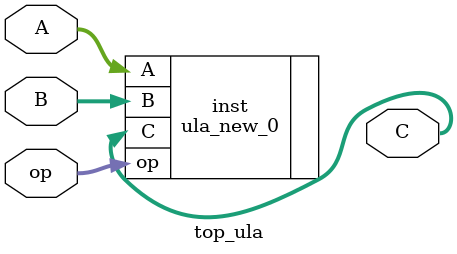
<source format=v>
`timescale 1ns / 1ps


module top_ula(  
  A,
  B,
  op,
  C);
  
  input  wire [15 : 0] A;
  input  wire [15 : 0] B;
  input  wire [1 : 0] op;
  output wire [15 : 0] C;
  
  ula_new_0 inst (
      .A(A),
      .B(B),
      .op(op),
      .C(C)
    );
  
endmodule

</source>
